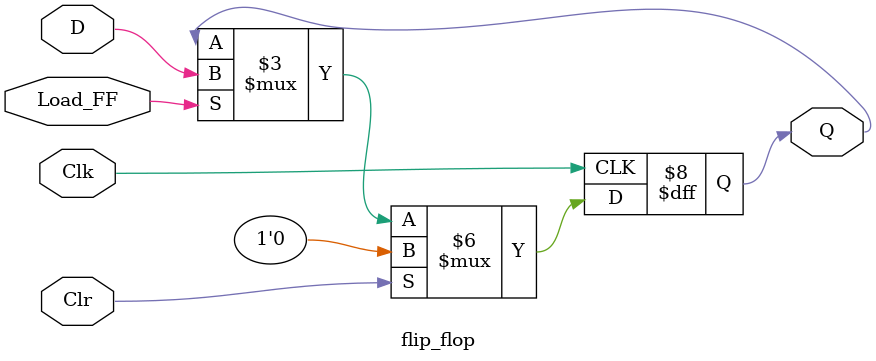
<source format=sv>
module register_unit 
(
input logic Clk, 
input logic LoadA,
input logic ClrA_LoadB,
input logic [7:0] Data, //parallel input for a. 8 least significant bits of adder
input logic [7:0] S,
input logic x, //either msb of adder, or sign ext. Upper level will determine //.
input logic Shift,
input logic ClrA,
output logic [7:0] A_out,
output logic [7:0] B_out,
output logic X_out,
output logic M,
output logic shift_out
);

//Treat XAB as a unit. LoadA will load sum from adder into register A. ClrA_LoadB will load values from switches into register B and clear registerA. Shift will shift
//all values in XAB to the right. The new value of X will simply be sign extended. 
logic A_serial_output;
logic dontcare;
logic clearAs;
assign clearAs=ClrA_LoadB | ClrA;
flip_flop X(.Clk(Clk),.Clr(clearAs),.D(x),.Load_FF(LoadA),.Q(X_out));
shift_register A(.Clk(Clk),.Clr(clearAs),.Shift_In(X_out),.Load(LoadA),.Shift_En(Shift),.D(Data[7:0]),.Shift_Out(A_serial_output),.Data_Out(A_out),.M(dontcare));
shift_register B(.Clk(Clk),.Clr(1'b0),.Shift_In(A_serial_output),.Load(ClrA_LoadB),.Shift_En(Shift),.D(S[7:0]),.Shift_Out(shift_out),.Data_Out(B_out),.M(M));

endmodule










module shift_register (input  logic Clk, Clr, Shift_In, Load, Shift_En,
              input  logic [7:0]  D,    //Extended Parallel Input to 8 bits
				  output logic M,
              output logic Shift_Out,
              output logic [7:0]  Data_Out); //Extended Parallel Output to 8 bits
 
    always_ff @ (posedge Clk)
    begin
	 	 if (Clr) //notice, this is a sycnrhonous reset, which is recommended on the FPGA
			  Data_Out <= 8'h00; //reset output of x00
		 else if (Load)
			  Data_Out <= D; 
		 else if (Shift_En)
		 begin
			  //concatenate shifted in data to the previous left-most 3 bits
			  //note this works because we are in always_ff procedure block
			  Data_Out <= { Shift_In, Data_Out[7:1] };    //New data is concatenated with 7 most significant bits of old data 
	    end
    end
	
    assign Shift_Out = Data_Out[0];
	 assign M = Data_Out[1];
	 

endmodule


module flip_flop
(
input Clk,
input Clr,
input D,
input Load_FF,
output logic Q
);

always_ff @ (posedge Clk)
    begin
	 	 if (Clr) 
			  Q <= 0;
		 else if (Load_FF)
			  Q <= D;
		 else 
			  Q <= Q;
	 end

endmodule

</source>
